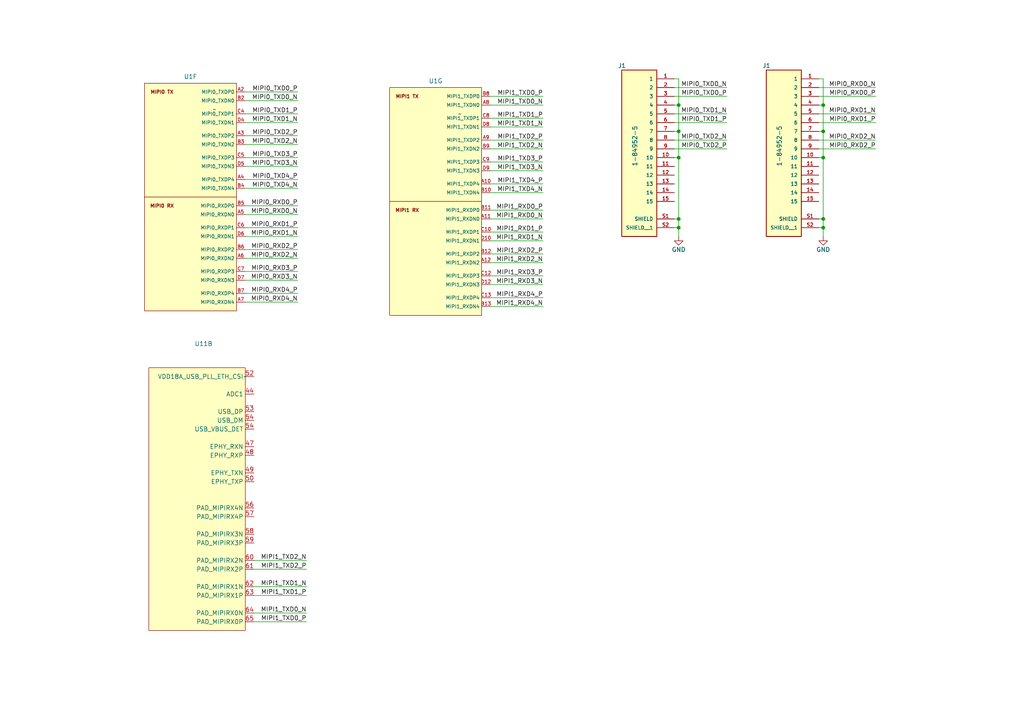
<source format=kicad_sch>
(kicad_sch (version 20230819) (generator eeschema)
  (paper "A4")
  (lib_symbols
    (symbol "1-84952-5:1-84952-5" (pin_names (offset 1.016))
      (property "Reference" "J" (at -5.08 24.13 0))
      (property "Value" "1-84952-5" (at -5.08 -27.94 0))
      (symbol "1-84952-5_0_0"
        (rectangle (start -5.08 -25.4) (end 5.08 22.86) (stroke (width 0.254)) (fill (type background)))
        (pin passive line (at -10.16 20.32 0) (length 5.08) (name "1") (number "1"))
        (pin passive line (at -10.16 -2.54 0) (length 5.08) (name "10") (number "10"))
        (pin passive line (at -10.16 -5.08 0) (length 5.08) (name "11") (number "11"))
        (pin passive line (at -10.16 -7.62 0) (length 5.08) (name "12") (number "12"))
        (pin passive line (at -10.16 -10.16 0) (length 5.08) (name "13") (number "13"))
        (pin passive line (at -10.16 -12.7 0) (length 5.08) (name "14") (number "14"))
        (pin passive line (at -10.16 -15.24 0) (length 5.08) (name "15") (number "15"))
        (pin passive line (at -10.16 17.78 0) (length 5.08) (name "2") (number "2"))
        (pin passive line (at -10.16 15.24 0) (length 5.08) (name "3") (number "3"))
        (pin passive line (at -10.16 12.7 0) (length 5.08) (name "4") (number "4"))
        (pin passive line (at -10.16 10.16 0) (length 5.08) (name "5") (number "5"))
        (pin passive line (at -10.16 7.62 0) (length 5.08) (name "6") (number "6"))
        (pin passive line (at -10.16 5.08 0) (length 5.08) (name "7") (number "7"))
        (pin passive line (at -10.16 2.54 0) (length 5.08) (name "8") (number "8"))
        (pin passive line (at -10.16 0 0) (length 5.08) (name "9") (number "9"))
        (pin passive line (at -10.16 -20.32 0) (length 5.08) (name "SHIELD") (number "S1"))
        (pin passive line (at -10.16 -22.86 0) (length 5.08) (name "SHIELD__1") (number "S2"))
      )
    )
    (symbol "CVITEK:CV180xB"
      (property "Reference" "U" (at -20.32 5.08 0))
      (symbol "CV180xB_1_1"
        (rectangle (start -22.8579 2.4718) (end 0.0021 -71.1882) (fill (type background)))
        (pin power_in line (at 2.5421 -0.0682 180) (length 2.54) (name "VDDIO_SD0_SPI") (number "10"))
        (pin bidirectional line (at 2.5421 -20.3882 180) (length 2.54) (name "SD0_CD") (number "11"))
        (pin bidirectional line (at 2.5421 -25.4682 180) (length 2.54) (name "SD0_PWR_EN") (number "12"))
        (pin bidirectional line (at 2.5421 -68.6482 180) (length 2.54) (name "SPK_EN") (number "14"))
        (pin bidirectional line (at 2.5421 -30.5482 180) (length 2.54) (name "UART0_TX") (number "15"))
        (pin bidirectional line (at 2.5421 -33.0882 180) (length 2.54) (name "UART0_RX") (number "16"))
        (pin bidirectional line (at 2.5421 -38.1682 180) (length 2.54) (name "SPINOR_HOLD_X") (number "17"))
        (pin bidirectional line (at 2.5421 -40.7082 180) (length 2.54) (name "SPINOR_SCK") (number "18"))
        (pin bidirectional line (at 2.5421 -43.2482 180) (length 2.54) (name "SPINOR_MOSI") (number "19"))
        (pin bidirectional line (at 2.5421 -45.7882 180) (length 2.54) (name "SPINOR_WP_X") (number "20"))
        (pin bidirectional line (at 2.5421 -48.3282 180) (length 2.54) (name "SPINOR_MISO") (number "21"))
        (pin bidirectional line (at 2.5421 -50.8682 180) (length 2.54) (name "SPINOR_CS_X") (number "22"))
        (pin bidirectional line (at 2.5421 -58.4882 180) (length 2.54) (name "IC0_SCL") (number "23"))
        (pin bidirectional line (at 2.5421 -55.9482 180) (length 2.54) (name "IC0_SDA") (number "24"))
        (pin bidirectional line (at 2.54 -63.5 180) (length 2.54) (name "AUX0") (number "25"))
        (pin bidirectional line (at 2.5421 -5.1482 180) (length 2.54) (name "SD0_CLK") (number "3"))
        (pin bidirectional line (at 2.5421 -7.6882 180) (length 2.54) (name "SD0_CMD") (number "4"))
        (pin bidirectional line (at 2.5421 -10.2282 180) (length 2.54) (name "SD0_D0") (number "5"))
        (pin bidirectional line (at 2.5421 -12.7682 180) (length 2.54) (name "SD0_D1") (number "7"))
        (pin bidirectional line (at 2.5421 -15.3082 180) (length 2.54) (name "SD0_D2") (number "8"))
        (pin bidirectional line (at 2.5421 -17.8482 180) (length 2.54) (name "SD0_D3") (number "9"))
      )
      (symbol "CV180xB_2_1"
        (rectangle (start -27.94 2.54) (end 0 -73.66) (fill (type background)))
        (pin bidirectional line (at 2.54 -5.08 180) (length 2.54) (name "ADC1") (number "44"))
        (pin bidirectional line (at 2.54 -20.32 180) (length 2.54) (name "EPHY_RXN") (number "47"))
        (pin bidirectional line (at 2.54 -22.86 180) (length 2.54) (name "EPHY_RXP") (number "48"))
        (pin bidirectional line (at 2.54 -27.94 180) (length 2.54) (name "EPHY_TXN") (number "49"))
        (pin bidirectional line (at 2.54 -30.48 180) (length 2.54) (name "EPHY_TXP") (number "50"))
        (pin power_in line (at 2.54 0 180) (length 2.54) (name "VDD18A_USB_PLL_ETH_CSI") (number "52"))
        (pin power_in line (at 2.54 -10.16 180) (length 2.54) (name "USB_DP") (number "53"))
        (pin bidirectional line (at 2.54 -12.7 180) (length 2.54) (name "USB_DM") (number "54"))
        (pin bidirectional line (at 2.54 -15.24 180) (length 2.54) (name "USB_VBUS_DET") (number "54"))
        (pin bidirectional line (at 2.54 -38.1 180) (length 2.54) (name "PAD_MIPIRX4N") (number "56"))
        (pin bidirectional line (at 2.54 -40.64 180) (length 2.54) (name "PAD_MIPIRX4P") (number "57"))
        (pin bidirectional line (at 2.54 -45.72 180) (length 2.54) (name "PAD_MIPIRX3N") (number "58"))
        (pin bidirectional line (at 2.54 -48.26 180) (length 2.54) (name "PAD_MIPIRX3P") (number "59"))
        (pin bidirectional line (at 2.54 -53.34 180) (length 2.54) (name "PAD_MIPIRX2N") (number "60"))
        (pin bidirectional line (at 2.54 -55.88 180) (length 2.54) (name "PAD_MIPIRX2P") (number "61"))
        (pin bidirectional line (at 2.54 -60.96 180) (length 2.54) (name "PAD_MIPIRX1N") (number "62"))
        (pin bidirectional line (at 2.54 -63.5 180) (length 2.54) (name "PAD_MIPIRX1P") (number "63"))
        (pin bidirectional line (at 2.54 -68.58 180) (length 2.54) (name "PAD_MIPIRX0N") (number "64"))
        (pin bidirectional line (at 2.54 -71.12 180) (length 2.54) (name "PAD_MIPIRX0P") (number "65"))
      )
      (symbol "CV180xB_3_1"
        (rectangle (start -22.86 2.54) (end 0 -20.32) (fill (type background)))
        (pin bidirectional line (at 2.54 -7.62 180) (length 2.54) (name "PAD_AUD_AOUTR") (number "1"))
        (pin power_in line (at 2.54 0 180) (length 2.54) (name "VDD18A_AUD") (number "2"))
        (pin power_in line (at 2.4406 -16.7636 180) (length 2.54) (name "VSS18A_AUD") (number "66"))
        (pin bidirectional line (at 2.54 -5.08 180) (length 2.54) (name "PAD_AUD_AINL_MIC") (number "67"))
        (pin power_in line (at 2.54 -12.7 180) (length 2.54) (name "PAD_AUD_AVREF") (number "68"))
      )
      (symbol "CV180xB_4_1"
        (rectangle (start -25.4 2.54) (end 0 -27.94) (fill (type background)))
        (pin bidirectional line (at 2.54 -7.62 180) (length 2.54) (name "SD1_GPIO0") (number "35"))
        (pin bidirectional line (at 2.54 -5.08 180) (length 2.54) (name "SD1_GPIO1") (number "36"))
        (pin bidirectional line (at 2.54 -12.7 180) (length 2.54) (name "SD1_D3") (number "38"))
        (pin bidirectional line (at 2.54 -15.24 180) (length 2.54) (name "SD1_D2") (number "39"))
        (pin bidirectional line (at 2.54 -17.78 180) (length 2.54) (name "SD1_D1") (number "40"))
        (pin bidirectional line (at 2.54 -20.32 180) (length 2.54) (name "SD1_D0") (number "41"))
        (pin bidirectional line (at 2.54 -22.86 180) (length 2.54) (name "SD1_CMD") (number "42"))
        (pin bidirectional line (at 2.54 -25.4 180) (length 2.54) (name "SD1_CLK") (number "43"))
        (pin power_in line (at 2.54 0 180) (length 2.54) (name "VDD33A_ETH_USB_SD1") (number "51"))
      )
      (symbol "CV180xB_5_1"
        (rectangle (start -20.32 2.54) (end 0 -27.94) (fill (type background)))
        (pin power_in line (at 2.54 0 180) (length 2.54) (name "VDDIO_RTC") (number "29"))
        (pin input line (at 2.54 -5.08 180) (length 2.54) (name "PWR_VBAT_DET") (number "30"))
        (pin bidirectional line (at 2.54 -7.62 180) (length 2.54) (name "PWR_SEQ2") (number "31"))
        (pin passive line (at 2.54 -20.32 180) (length 2.54) (name "PTEST_") (number "32"))
        (pin bidirectional line (at 2.54 -12.7 180) (length 2.54) (name "XTAL_XIN") (number "33"))
        (pin bidirectional line (at 2.54 -15.24 180) (length 2.54) (name "XTAL_XOUT") (number "34"))
      )
      (symbol "CV180xB_6_1"
        (rectangle (start -17.78 2.54) (end 0 -27.94) (fill (type background)))
        (pin power_in line (at 2.54 -2.54 180) (length 2.54) (name "VDDC") (number "13"))
        (pin power_in line (at 2.54 -17.78 180) (length 2.54) (name "VDDQ") (number "26"))
        (pin power_in line (at 2.54 -20.32 180) (length 2.54) (name "VDDQ") (number "27"))
        (pin power_in line (at 2.54 -22.86 180) (length 2.54) (name "VDDQ") (number "28"))
        (pin power_in line (at 2.54 -5.08 180) (length 2.54) (name "VDDC") (number "37"))
        (pin power_in line (at 2.54 -7.62 180) (length 2.54) (name "VDDC") (number "46"))
        (pin power_in line (at 2.54 -10.16 180) (length 2.54) (name "VDDC") (number "55"))
        (pin power_in line (at 2.54 0 180) (length 2.54) (name "VDDC") (number "6"))
        (pin power_in line (at -10.16 -30.48 90) (length 2.54) (name "EPAD") (number "69"))
      )
    )
    (symbol "efinix:T20F169Cx"
      (property "Reference" "U" (at -25.4 5.08 0))
      (symbol "T20F169Cx_1_1"
        (rectangle (start -7.62 13.97) (end 31.75 -81.28) (fill (type background)))
        (text "Power" (at -3.81 11.43 0) (effects (font (size 1 1) bold)))
        (pin power_in line (at 34.29 6.35 180) (length 2.54) (name "GND") (number "A1"))
        (pin power_in line (at 34.29 -31.75 180) (length 2.54) (name "GND") (number "A13"))
        (pin power_in line (at 34.29 -68.58 180) (length 2.54) (name "GNDA_MIPI") (number "C11"))
        (pin power_in line (at -10.16 -67.31 0) (length 2.54) (name "VCC11A_MIPI0_TX") (number "C3"))
        (pin power_in line (at 34.29 -71.12 180) (length 2.54) (name "GNDA_MIPI") (number "D11"))
        (pin power_in line (at 34.29 -76.2 180) (length 2.54) (name "GNDA_MIPI") (number "D3"))
        (pin power_in line (at -10.16 -77.47 0) (length 2.54) (name "VCC11A_MIPI1_RX") (number "E10"))
        (pin power_in line (at 34.29 -26.67 180) (length 2.54) (name "GND") (number "E12"))
        (pin power_in line (at 34.29 1.27 180) (length 2.54) (name "GND") (number "E2"))
        (pin power_in line (at -10.16 7.62 0) (length 2.54) (name "VCC") (number "E4"))
        (pin power_in line (at 34.29 -73.66 180) (length 2.54) (name "GNDA_MIPI") (number "E5"))
        (pin power_in line (at -10.16 -69.85 0) (length 2.54) (name "VCC11A_MIPI0_RX") (number "E6"))
        (pin power_in line (at -10.16 -58.42 0) (length 2.54) (name "VCC25A_MIPI0") (number "E7"))
        (pin power_in line (at -10.16 -74.93 0) (length 2.54) (name "VCC11A_MIPI1_TX") (number "E8"))
        (pin power_in line (at -10.16 -60.96 0) (length 2.54) (name "VCC25A_MIPI1") (number "E9"))
        (pin power_in line (at -10.16 -36.83 0) (length 2.54) (name "VCCIO3A_3B") (number "F10"))
        (pin power_in line (at -10.16 -34.29 0) (length 2.54) (name "VCCIO1E") (number "F4"))
        (pin power_in line (at 34.29 -6.35 180) (length 2.54) (name "GND") (number "F5"))
        (pin power_in line (at 34.29 -8.89 180) (length 2.54) (name "GND") (number "F6"))
        (pin power_in line (at -10.16 0 0) (length 2.54) (name "VCC") (number "F7"))
        (pin power_in line (at 34.29 -19.05 180) (length 2.54) (name "GND") (number "F8"))
        (pin power_in line (at -10.16 -7.62 0) (length 2.54) (name "VCC") (number "F9"))
        (pin power_in line (at -10.16 -16.51 0) (length 2.54) (name "VCCA_TR") (number "G10"))
        (pin power_in line (at -10.16 -21.59 0) (length 2.54) (name "VCCA_TL") (number "G4"))
        (pin power_in line (at -10.16 5.08 0) (length 2.54) (name "VCC") (number "G5"))
        (pin power_in line (at 34.29 -11.43 180) (length 2.54) (name "GND") (number "G6"))
        (pin power_in line (at 34.29 -13.97 180) (length 2.54) (name "GND") (number "G7"))
        (pin power_in line (at -10.16 -5.08 0) (length 2.54) (name "VCC") (number "G8"))
        (pin power_in line (at -10.16 -10.16 0) (length 2.54) (name "VCC") (number "G9"))
        (pin power_in line (at -10.16 -39.37 0) (length 2.54) (name "VCCIO3C_3D_3E") (number "H10"))
        (pin power_in line (at -10.16 -31.75 0) (length 2.54) (name "VCCIO1B_1C_1D") (number "H4"))
        (pin power_in line (at -10.16 -52.07 0) (length 2.54) (name "VCCIO4B") (number "H5"))
        (pin power_in line (at -10.16 -2.54 0) (length 2.54) (name "VCC") (number "H6"))
        (pin power_in line (at -10.16 -49.53 0) (length 2.54) (name "VCCIO4A") (number "H7"))
        (pin power_in line (at -10.16 -41.91 0) (length 2.54) (name "VCCIO4A") (number "H8"))
        (pin power_in line (at -10.16 -44.45 0) (length 2.54) (name "VCCIO4A") (number "H9"))
        (pin power_in line (at -10.16 -19.05 0) (length 2.54) (name "VCCA_BR") (number "J10"))
        (pin power_in line (at -10.16 -29.21 0) (length 2.54) (name "VCCIO1A") (number "J4"))
        (pin power_in line (at -10.16 2.54 0) (length 2.54) (name "VCC") (number "J6"))
        (pin power_in line (at 34.29 -16.51 180) (length 2.54) (name "GND") (number "J7"))
        (pin power_in line (at 34.29 -21.59 180) (length 2.54) (name "GND") (number "J8"))
        (pin power_in line (at -10.16 -46.99 0) (length 2.54) (name "VCCIO4A") (number "J9"))
        (pin power_in line (at 34.29 -29.21 180) (length 2.54) (name "GND") (number "K12"))
        (pin power_in line (at 34.29 -1.27 180) (length 2.54) (name "GND") (number "K2"))
        (pin power_in line (at 34.29 -24.13 180) (length 2.54) (name "GND") (number "L12"))
        (pin power_in line (at 34.29 -3.81 180) (length 2.54) (name "GND") (number "M4"))
        (pin power_in line (at 34.29 3.81 180) (length 2.54) (name "GND") (number "N1"))
        (pin power_in line (at 34.29 -34.29 180) (length 2.54) (name "GND") (number "N13"))
      )
      (symbol "T20F169Cx_2_1"
        (rectangle (start -8.89 3.81) (end 8.89 -13.97) (fill (type background)))
        (text "Configuration" (at -1.27 1.27 0) (effects (font (size 1 1) bold)))
        (pin output line (at -11.43 -10.16 0) (length 2.54) (name "TD0") (number "G1"))
        (pin input line (at -11.43 -5.08 0) (length 2.54) (name "TCK") (number "H1"))
        (pin input line (at -11.43 -7.62 0) (length 2.54) (name "TMS") (number "H2"))
        (pin input line (at -11.43 -2.54 0) (length 2.54) (name "TDI") (number "J3"))
        (pin input line (at 11.43 -6.35 180) (length 2.54) (name "CRESET_B") (number "K3"))
        (pin output line (at 11.43 -3.81 180) (length 2.54) (name "CONDONELE") (number "L2"))
      )
      (symbol "T20F169Cx_3_1"
        (rectangle (start -26.67 2.54) (end 0 -11.43) (fill (type background)))
        (pin bidirectional line (at 2.54 -5.08 180) (length 2.54) (name "GPIOL_08_CDI0") (number "J1"))
        (pin bidirectional line (at 2.54 -7.62 180) (length 2.54) (name "GPIOL_09_CDI1") (number "J2"))
        (pin bidirectional line (at 2.54 -2.54 180) (length 2.54) (name "GPIOL_01_CCK") (number "K1"))
        (pin bidirectional line (at 2.54 0 180) (length 2.54) (name "GPIOL_00_SS") (number "L1"))
      )
      (symbol "T20F169Cx_4_0"
        (pin bidirectional line (at 2.54 -2.54 180) (length 2.54) (name "GPIOL_13_CDI3") (number "G2"))
        (pin bidirectional line (at 2.54 -12.7 180) (length 2.54) (name "GPIOL_25_CLK1") (number "G3"))
        (pin bidirectional line (at 2.54 -10.16 180) (length 2.54) (name "GPIOL_24_CLK0") (number "H3"))
      )
      (symbol "T20F169Cx_4_1"
        (rectangle (start -25.4 2.54) (end 0 -15.24) (fill (type background)))
        (pin bidirectional line (at 2.54 -5.08 180) (length 2.54) (name "GPIOL_20_CTRL0_CDI4") (number "E1"))
        (pin bidirectional line (at 2.54 0 180) (length 2.54) (name "GPIOL_12_CDI2") (number "F1"))
        (pin bidirectional line (at 2.54 -7.62 180) (length 2.54) (name "GPIOL_20_CTRL1_CDI5") (number "F2"))
      )
      (symbol "T20F169Cx_5_0"
        (pin bidirectional line (at 2.54 -15.24 180) (length 2.54) (name "GPIOL_75_PLLIN1") (number "B1"))
        (pin bidirectional line (at 2.54 -10.16 180) (length 2.54) (name "GPIOL_73_EXTFB1_CDI15") (number "C1"))
        (pin bidirectional line (at 2.54 -2.54 180) (length 2.54) (name "GPIOL_70_CBSEL0") (number "D2"))
        (pin bidirectional line (at 2.54 -12.7 180) (length 2.54) (name "GPIOL_74_PLLIN0") (number "E3"))
      )
      (symbol "T20F169Cx_5_1"
        (rectangle (start -26.67 2.54) (end 0 -20.32) (fill (type background)))
        (pin bidirectional line (at 2.54 -5.08 180) (length 2.54) (name "GPIOL_71_NSTATUS") (number "C2"))
        (pin bidirectional line (at 2.54 0 180) (length 2.54) (name "GPIOL_69_CBSEL1") (number "D1"))
        (pin bidirectional line (at 2.54 -7.62 180) (length 2.54) (name "GPIOL_72_EXTFB0_CDI14") (number "F3"))
      )
      (symbol "T20F169Cx_6_1"
        (rectangle (start -26.67 2.54) (end 0 -63.5) (fill (type background)))
        (polyline (pts (xy -26.67 -30.48) (xy 0 -30.48)))
        (text "MIPI0 RX" (at -21.59 -33.02 0) (effects (font (size 1 1) bold)))
        (text "MIPI0 TX" (at -21.59 0 0) (effects (font (size 1 1) bold)))
        (pin bidirectional line (at 2.54 0 180) (length 2.54) (name "MIPI0_TXDP0") (number "A2"))
        (pin bidirectional line (at 2.54 -12.7 180) (length 2.54) (name "MIPI0_TXDP2") (number "A3"))
        (pin bidirectional line (at 2.54 -25.4 180) (length 2.54) (name "MIPI0_TXDP4") (number "A4"))
        (pin bidirectional line (at 2.54 -35.56 180) (length 2.54) (name "MIPI0_RXDN0") (number "A5"))
        (pin bidirectional line (at 2.54 -48.26 180) (length 2.54) (name "MIPI0_RXDN2") (number "A6"))
        (pin bidirectional line (at 2.54 -60.96 180) (length 2.54) (name "MIPI0_RXDN4") (number "A7"))
        (pin bidirectional line (at 2.54 -2.54 180) (length 2.54) (name "MIPI0_TXDN0") (number "B2"))
        (pin bidirectional line (at 2.54 -15.24 180) (length 2.54) (name "MIPI0_TXDN2") (number "B3"))
        (pin bidirectional line (at 2.54 -27.94 180) (length 2.54) (name "MIPI0_TXDN4") (number "B4"))
        (pin bidirectional line (at 2.54 -33.02 180) (length 2.54) (name "MIPI0_RXDP0") (number "B5"))
        (pin bidirectional line (at 2.54 -45.72 180) (length 2.54) (name "MIPI0_RXDP2") (number "B6"))
        (pin bidirectional line (at 2.54 -58.42 180) (length 2.54) (name "MIPI0_RXDP4") (number "B7"))
        (pin bidirectional line (at 2.54 -6.35 180) (length 2.54) (name "MIPI0_TXDP1") (number "C4"))
        (pin bidirectional line (at 2.54 -19.05 180) (length 2.54) (name "MIPI0_TXDP3") (number "C5"))
        (pin bidirectional line (at 2.54 -39.37 180) (length 2.54) (name "MIPI0_RXDP1") (number "C6"))
        (pin bidirectional line (at 2.54 -52.07 180) (length 2.54) (name "MIPI0_RXDP3") (number "C7"))
        (pin bidirectional line (at 2.54 -8.89 180) (length 2.54) (name "MIPI0_TXDN1") (number "D4"))
        (pin bidirectional line (at 2.54 -21.59 180) (length 2.54) (name "MIPI0_TXDN3") (number "D5"))
        (pin bidirectional line (at 2.54 -41.91 180) (length 2.54) (name "MIPI0_RXDN1") (number "D6"))
        (pin bidirectional line (at 2.54 -54.61 180) (length 2.54) (name "MIPI0_RXDN3") (number "D7"))
      )
      (symbol "T20F169Cx_7_1"
        (rectangle (start -26.67 2.54) (end 0 -63.5) (fill (type background)))
        (polyline (pts (xy 0 -30.48) (xy -26.67 -30.48)))
        (text "MIPI1 RX" (at -21.59 -33.02 0) (effects (font (size 1 1) bold)))
        (text "MIPI1 TX" (at -21.59 0 0) (effects (font (size 1 1) bold)))
        (pin bidirectional line (at 2.54 -25.4 180) (length 2.54) (name "MIPI1_TXDP4") (number "A10"))
        (pin bidirectional line (at 2.54 -35.56 180) (length 2.54) (name "MIPI1_RXDN0") (number "A11"))
        (pin bidirectional line (at 2.54 -48.26 180) (length 2.54) (name "MIPI1_RXDN2") (number "A12"))
        (pin bidirectional line (at 2.54 -2.54 180) (length 2.54) (name "MIPI1_TXDN0") (number "A8"))
        (pin bidirectional line (at 2.54 -12.7 180) (length 2.54) (name "MIPI1_TXDP2") (number "A9"))
        (pin bidirectional line (at 2.54 -27.94 180) (length 2.54) (name "MIPI1_TXDN4") (number "B10"))
        (pin bidirectional line (at 2.54 -33.02 180) (length 2.54) (name "MIPI1_RXDP0") (number "B11"))
        (pin bidirectional line (at 2.54 -45.72 180) (length 2.54) (name "MIPI1_RXDP2") (number "B12"))
        (pin bidirectional line (at 2.54 -60.96 180) (length 2.54) (name "MIPI1_RXDN4") (number "B13"))
        (pin bidirectional line (at 2.54 0 180) (length 2.54) (name "MIPI1_TXDP0") (number "B8"))
        (pin bidirectional line (at 2.54 -15.24 180) (length 2.54) (name "MIPI1_TXDN2") (number "B9"))
        (pin bidirectional line (at 2.54 -39.37 180) (length 2.54) (name "MIPI1_RXDP1") (number "C10"))
        (pin bidirectional line (at 2.54 -52.07 180) (length 2.54) (name "MIPI1_RXDP3") (number "C12"))
        (pin bidirectional line (at 2.54 -58.42 180) (length 2.54) (name "MIPI1_RXDP4") (number "C13"))
        (pin bidirectional line (at 2.54 -6.35 180) (length 2.54) (name "MIPI1_TXDP1") (number "C8"))
        (pin bidirectional line (at 2.54 -19.05 180) (length 2.54) (name "MIPI1_TXDP3") (number "C9"))
        (pin bidirectional line (at 2.54 -41.91 180) (length 2.54) (name "MIPI1_RXDN1") (number "D10"))
        (pin bidirectional line (at 2.54 -54.61 180) (length 2.54) (name "MIPI1_RXDN3") (number "D12"))
        (pin bidirectional line (at 2.54 -8.89 180) (length 2.54) (name "MIPI1_TXDN1") (number "D8"))
        (pin bidirectional line (at 2.54 -21.59 180) (length 2.54) (name "MIPI1_TXDN3") (number "D9"))
      )
      (symbol "T20F169Cx_8_0"
        (pin bidirectional line (at 2.54 -10.16 180) (length 2.54) (name "GPIOR_85_CDO14") (number "E11"))
        (pin bidirectional line (at 2.54 -2.54 180) (length 2.54) (name "GPIOR_77_PLLIN1") (number "F12"))
        (pin bidirectional line (at 2.54 -12.7 180) (length 2.54) (name "GPIOR_88_CDI28") (number "G11"))
      )
      (symbol "T20F169Cx_8_1"
        (rectangle (start -26.67 2.54) (end 0 -16.51) (fill (type background)))
        (pin bidirectional line (at 2.54 0 180) (length 2.54) (name "GPIOR_76_PLLIN0") (number "D13"))
        (pin bidirectional line (at 2.54 -5.08 180) (length 2.54) (name "GPIOR_78_EXTFB0_CDI31") (number "E13"))
        (pin bidirectional line (at 2.54 -7.62 180) (length 2.54) (name "GPIOR_81_MREFCLK") (number "F11"))
      )
      (symbol "T20F169Cx_9_0"
        (pin bidirectional line (at 2.54 -2.54 180) (length 2.54) (name "GPIOR_120_CLK15") (number "G12"))
      )
      (symbol "T20F169Cx_9_1"
        (rectangle (start -26.67 2.54) (end 0 -8.89) (fill (type background)))
        (pin bidirectional line (at 2.54 0 180) (length 2.54) (name "GPIOR_119_CTRL12") (number "F13"))
        (pin bidirectional line (at 2.54 -5.08 180) (length 2.54) (name "GPIOR_121_CLK14") (number "H11"))
      )
      (symbol "T20F169Cx_10_0"
        (pin bidirectional line (at 2.54 -10.16 180) (length 2.54) (name "GPIOR_158_TESTN") (number "H12"))
        (pin bidirectional line (at 2.54 -2.54 180) (length 2.54) (name "GPIOR_151_CBUS0") (number "J11"))
      )
      (symbol "T20F169Cx_10_1"
        (rectangle (start -26.67 3.81) (end 0 -13.97) (fill (type background)))
        (pin bidirectional line (at 2.54 0 180) (length 2.54) (name "GPIOR_150_CBUS1") (number "G13"))
        (pin bidirectional line (at 2.54 -5.08 180) (length 2.54) (name "GPIOR_155_CDO0") (number "H13"))
        (pin bidirectional line (at 2.54 -7.62 180) (length 2.54) (name "GPIOR_157_PLLIN") (number "J12"))
      )
      (symbol "T20F169Cx_11_0"
        (pin bidirectional line (at 2.54 -8.89 180) (length 2.54) (name "GPIOB_RXP12_EXTFP0") (number "J13"))
        (pin bidirectional line (at 2.54 -40.64 180) (length 2.54) (name "GPIOB_RXP06") (number "K10"))
        (pin bidirectional line (at 2.54 -27.94 180) (length 2.54) (name "GPIOB_RXP08") (number "K11"))
        (pin bidirectional line (at 2.54 -6.35 180) (length 2.54) (name "GPIOB_RXN12_EXTFP0") (number "K13"))
        (pin bidirectional line (at 2.54 -76.2 180) (length 2.54) (name "GPIOB_RXN00") (number "K7"))
        (pin bidirectional line (at 2.54 -63.5 180) (length 2.54) (name "GPIOB_RXN02") (number "K8"))
        (pin bidirectional line (at 2.54 -53.34 180) (length 2.54) (name "GPIOB_RXP04") (number "K9"))
        (pin bidirectional line (at 2.54 -38.1 180) (length 2.54) (name "GPIOB_RXN06") (number "L10"))
        (pin bidirectional line (at 2.54 -25.4 180) (length 2.54) (name "GPIOB_RXN08") (number "L11"))
        (pin bidirectional line (at 2.54 0 180) (length 2.54) (name "GPIOB_CLKN0") (number "L13"))
        (pin bidirectional line (at 2.54 -78.74 180) (length 2.54) (name "GPIOB_RXP00") (number "L7"))
        (pin bidirectional line (at 2.54 -66.04 180) (length 2.54) (name "GPIOB_RXP02") (number "L8"))
        (pin bidirectional line (at 2.54 -50.8 180) (length 2.54) (name "GPIOB_RXN04") (number "L9"))
        (pin bidirectional line (at 2.54 -31.75 180) (length 2.54) (name "GPIOB_RXN07") (number "M10"))
        (pin bidirectional line (at 2.54 -21.59 180) (length 2.54) (name "GPIOB_RXP09") (number "M11"))
        (pin bidirectional line (at 2.54 -19.05 180) (length 2.54) (name "GPIOB_RXN09") (number "M12"))
        (pin bidirectional line (at 2.54 -2.54 180) (length 2.54) (name "GPIOB_CLKP0") (number "M13"))
        (pin bidirectional line (at 2.54 -69.85 180) (length 2.54) (name "GPIOB_RXN01") (number "M7"))
        (pin bidirectional line (at 2.54 -59.69 180) (length 2.54) (name "GPIOB_RXP03") (number "M8"))
        (pin bidirectional line (at 2.54 -46.99 180) (length 2.54) (name "GPIOB_RXP05") (number "M9"))
        (pin bidirectional line (at 2.54 -34.29 180) (length 2.54) (name "GPIOB_RXP07") (number "N10"))
        (pin bidirectional line (at 2.54 -15.24 180) (length 2.54) (name "GPIOB_RXP10") (number "N11"))
        (pin bidirectional line (at 2.54 -12.7 180) (length 2.54) (name "GPIOB_RXN10") (number "N12"))
        (pin bidirectional line (at 2.54 -72.39 180) (length 2.54) (name "GPIOB_RXP01") (number "N7"))
        (pin bidirectional line (at 2.54 -57.15 180) (length 2.54) (name "GPIOB_RXN03") (number "N8"))
        (pin bidirectional line (at 2.54 -44.45 180) (length 2.54) (name "GPIOB_RXN05") (number "N9"))
      )
      (symbol "T20F169Cx_11_1"
        (rectangle (start -26.67 3.81) (end 0 -82.55) (fill (type background)))
        (text "BANK 4A" (at -21.59 1.27 0) (effects (font (size 1 1) bold)))
      )
      (symbol "T20F169Cx_12_0"
        (pin bidirectional line (at 2.54 -27.94 180) (length 2.54) (name "GPIOB_TXP03") (number "K4"))
        (pin bidirectional line (at 2.54 -15.24 180) (length 2.54) (name "GPIOB_TXP06") (number "K5"))
        (pin bidirectional line (at 2.54 -2.54 180) (length 2.54) (name "GPIOB_TXP09") (number "K6"))
        (pin bidirectional line (at 2.54 -31.75 180) (length 2.54) (name "GPIOB_TXN02") (number "L3"))
        (pin bidirectional line (at 2.54 -25.4 180) (length 2.54) (name "GPIOB_TXN03") (number "L4"))
        (pin bidirectional line (at 2.54 -12.7 180) (length 2.54) (name "GPIOB_TXN06") (number "L5"))
        (pin bidirectional line (at 2.54 0 180) (length 2.54) (name "GPIOB_TXN09") (number "L6"))
        (pin bidirectional line (at 2.54 -38.1 180) (length 2.54) (name "GPIOB_TXN01") (number "M1"))
        (pin bidirectional line (at 2.54 -40.64 180) (length 2.54) (name "GPIOB_TXP01") (number "M2"))
        (pin bidirectional line (at 2.54 -34.29 180) (length 2.54) (name "GPIOB_TXP02") (number "M3"))
        (pin bidirectional line (at 2.54 -19.05 180) (length 2.54) (name "GPIOB_TXN05") (number "M5"))
        (pin bidirectional line (at 2.54 -6.35 180) (length 2.54) (name "GPIOB_TXN08") (number "M6"))
        (pin bidirectional line (at 2.54 -44.45 180) (length 2.54) (name "GPIOB_TXN00") (number "N2"))
        (pin bidirectional line (at 2.54 -46.99 180) (length 2.54) (name "GPIOB_TXP00") (number "N3"))
        (pin input line (at 2.54 -53.34 180) (length 2.54) (name "REF_RES") (number "N4"))
        (pin bidirectional line (at 2.54 -21.59 180) (length 2.54) (name "GPIOB_TXP05") (number "N5"))
        (pin bidirectional line (at 2.54 -8.89 180) (length 2.54) (name "GPIOB_TXP08") (number "N6"))
      )
      (symbol "T20F169Cx_12_1"
        (rectangle (start -26.67 3.81) (end 0 -57.15) (fill (type background)))
        (text "BANK 4A" (at -21.59 1.27 0) (effects (font (size 1 1) bold)))
      )
    )
    (symbol "power:GND" (power) (pin_names (offset 0))
      (property "Value" "GND" (at 0 -3.81 0))
      (symbol "GND_0_1"
        (polyline (pts (xy 0 0) (xy 0 -1.27) (xy 1.27 -1.27) (xy 0 -2.54) (xy -1.27 -1.27) (xy 0 -1.27)))
      )
      (symbol "GND_1_1"
        (pin power_in line (at 0 0 270) (length 0) hide (name "GND") (number "1"))
      )
    )
  )
  (junction (at 196.85 45.72))
  (junction (at 238.76 30.48))
  (junction (at 196.85 38.1))
  (junction (at 196.85 30.48))
  (junction (at 238.76 66.04))
  (junction (at 196.85 63.5))
  (junction (at 238.76 45.72))
  (junction (at 238.76 38.1))
  (junction (at 238.76 63.5))
  (junction (at 196.85 66.04))
  (wire (pts (xy 71.12 72.39) (xy 86.36 72.39)))
  (wire (pts (xy 196.85 22.86) (xy 195.58 22.86)))
  (wire (pts (xy 142.24 46.99) (xy 157.48 46.99)))
  (wire (pts (xy 71.12 41.91) (xy 86.36 41.91)))
  (wire (pts (xy 195.58 66.04) (xy 196.85 66.04)))
  (wire (pts (xy 71.12 29.21) (xy 86.36 29.21)))
  (wire (pts (xy 237.49 40.64) (xy 254 40.64)))
  (wire (pts (xy 196.85 22.86) (xy 196.85 30.48)))
  (wire (pts (xy 195.58 27.94) (xy 210.82 27.94)))
  (wire (pts (xy 142.24 88.9) (xy 157.48 88.9)))
  (wire (pts (xy 142.24 76.2) (xy 157.48 76.2)))
  (wire (pts (xy 71.12 85.09) (xy 86.36 85.09)))
  (wire (pts (xy 71.12 54.61) (xy 86.36 54.61)))
  (wire (pts (xy 237.49 30.48) (xy 238.76 30.48)))
  (wire (pts (xy 237.49 35.56) (xy 254 35.56)))
  (wire (pts (xy 71.12 87.63) (xy 86.36 87.63)))
  (wire (pts (xy 196.85 45.72) (xy 196.85 63.5)))
  (wire (pts (xy 142.24 55.88) (xy 157.48 55.88)))
  (wire (pts (xy 196.85 63.5) (xy 196.85 66.04)))
  (wire (pts (xy 196.85 38.1) (xy 196.85 45.72)))
  (wire (pts (xy 71.12 68.58) (xy 86.36 68.58)))
  (wire (pts (xy 142.24 40.64) (xy 157.48 40.64)))
  (wire (pts (xy 142.24 36.83) (xy 157.48 36.83)))
  (wire (pts (xy 238.76 66.04) (xy 238.76 68.58)))
  (wire (pts (xy 142.24 86.36) (xy 157.48 86.36)))
  (wire (pts (xy 237.49 66.04) (xy 238.76 66.04)))
  (wire (pts (xy 142.24 49.53) (xy 157.48 49.53)))
  (wire (pts (xy 237.49 38.1) (xy 238.76 38.1)))
  (wire (pts (xy 195.58 33.02) (xy 210.82 33.02)))
  (wire (pts (xy 71.12 52.07) (xy 86.36 52.07)))
  (wire (pts (xy 195.58 45.72) (xy 196.85 45.72)))
  (wire (pts (xy 237.49 27.94) (xy 254 27.94)))
  (wire (pts (xy 238.76 63.5) (xy 238.76 66.04)))
  (wire (pts (xy 142.24 43.18) (xy 157.48 43.18)))
  (wire (pts (xy 73.66 162.56) (xy 88.9 162.56)))
  (wire (pts (xy 71.12 45.72) (xy 86.36 45.72)))
  (wire (pts (xy 238.76 38.1) (xy 238.76 45.72)))
  (wire (pts (xy 238.76 30.48) (xy 238.76 38.1)))
  (wire (pts (xy 71.12 74.93) (xy 86.36 74.93)))
  (wire (pts (xy 142.24 60.96) (xy 157.48 60.96)))
  (wire (pts (xy 142.24 34.29) (xy 157.48 34.29)))
  (wire (pts (xy 142.24 27.94) (xy 157.48 27.94)))
  (wire (pts (xy 196.85 30.48) (xy 196.85 38.1)))
  (wire (pts (xy 142.24 53.34) (xy 157.48 53.34)))
  (wire (pts (xy 142.24 82.55) (xy 157.48 82.55)))
  (wire (pts (xy 73.66 180.34) (xy 88.9 180.34)))
  (wire (pts (xy 71.12 35.56) (xy 86.36 35.56)))
  (wire (pts (xy 195.58 25.4) (xy 210.82 25.4)))
  (wire (pts (xy 71.12 78.74) (xy 86.36 78.74)))
  (wire (pts (xy 195.58 40.64) (xy 210.82 40.64)))
  (wire (pts (xy 195.58 38.1) (xy 196.85 38.1)))
  (wire (pts (xy 238.76 45.72) (xy 238.76 63.5)))
  (wire (pts (xy 195.58 63.5) (xy 196.85 63.5)))
  (wire (pts (xy 71.12 26.67) (xy 86.36 26.67)))
  (wire (pts (xy 237.49 43.18) (xy 254 43.18)))
  (wire (pts (xy 71.12 39.37) (xy 86.36 39.37)))
  (wire (pts (xy 142.24 80.01) (xy 157.48 80.01)))
  (wire (pts (xy 196.85 66.04) (xy 196.85 68.58)))
  (wire (pts (xy 237.49 33.02) (xy 254 33.02)))
  (wire (pts (xy 73.66 170.18) (xy 88.9 170.18)))
  (wire (pts (xy 142.24 69.85) (xy 157.48 69.85)))
  (wire (pts (xy 71.12 62.23) (xy 86.36 62.23)))
  (wire (pts (xy 142.24 30.48) (xy 157.48 30.48)))
  (wire (pts (xy 195.58 35.56) (xy 210.82 35.56)))
  (wire (pts (xy 237.49 45.72) (xy 238.76 45.72)))
  (wire (pts (xy 73.66 172.72) (xy 88.9 172.72)))
  (wire (pts (xy 71.12 59.69) (xy 86.36 59.69)))
  (wire (pts (xy 238.76 22.86) (xy 238.76 30.48)))
  (wire (pts (xy 73.66 165.1) (xy 88.9 165.1)))
  (wire (pts (xy 238.76 22.86) (xy 237.49 22.86)))
  (wire (pts (xy 71.12 66.04) (xy 86.36 66.04)))
  (wire (pts (xy 71.12 81.28) (xy 86.36 81.28)))
  (wire (pts (xy 237.49 63.5) (xy 238.76 63.5)))
  (wire (pts (xy 71.12 48.26) (xy 86.36 48.26)))
  (wire (pts (xy 195.58 43.18) (xy 210.82 43.18)))
  (wire (pts (xy 195.58 30.48) (xy 196.85 30.48)))
  (wire (pts (xy 73.66 177.8) (xy 88.9 177.8)))
  (wire (pts (xy 142.24 73.66) (xy 157.48 73.66)))
  (wire (pts (xy 71.12 33.02) (xy 86.36 33.02)))
  (wire (pts (xy 142.24 63.5) (xy 157.48 63.5)))
  (wire (pts (xy 237.49 25.4) (xy 254 25.4)))
  (wire (pts (xy 142.24 67.31) (xy 157.48 67.31)))
  (label "MIPI1_TXD0_P" (at 157.48 27.94 180))
  (label "MIPI0_TXD2_P" (at 86.36 39.37 180))
  (label "MIPI0_RXD0_P" (at 254 27.94 180))
  (label "MIPI1_RXD3_P" (at 157.48 80.01 180))
  (label "MIPI1_RXD0_N" (at 157.48 63.5 180))
  (label "MIPI0_RXD1_P" (at 254 35.56 180))
  (label "MIPI0_TXD2_N" (at 210.82 40.64 180))
  (label "MIPI0_TXD0_P" (at 210.82 27.94 180))
  (label "MIPI0_RXD4_N" (at 86.36 87.63 180))
  (label "MIPI0_RXD1_P" (at 86.36 66.04 180))
  (label "MIPI0_RXD1_N" (at 254 33.02 180))
  (label "MIPI0_RXD2_P" (at 86.36 72.39 180))
  (label "MIPI1_TXD1_P" (at 157.48 34.29 180))
  (label "MIPI1_TXD2_N" (at 88.9 162.56 180))
  (label "MIPI1_TXD2_P" (at 157.48 40.64 180))
  (label "MIPI0_TXD0_P" (at 86.36 26.67 180))
  (label "MIPI0_RXD2_N" (at 254 40.64 180))
  (label "MIPI1_TXD2_N" (at 157.48 43.18 180))
  (label "MIPI1_RXD1_N" (at 157.48 69.85 180))
  (label "MIPI0_RXD3_P" (at 86.36 78.74 180))
  (label "MIPI0_TXD1_N" (at 210.82 33.02 180))
  (label "MIPI1_TXD2_P" (at 88.9 165.1 180))
  (label "MIPI0_TXD0_N" (at 86.36 29.21 180))
  (label "MIPI1_RXD4_P" (at 157.48 86.36 180))
  (label "MIPI1_TXD3_N" (at 157.48 49.53 180))
  (label "MIPI0_TXD1_P" (at 210.82 35.56 180))
  (label "MIPI0_RXD4_P" (at 86.36 85.09 180))
  (label "MIPI0_TXD2_N" (at 86.36 41.91 180))
  (label "MIPI0_RXD0_P" (at 86.36 59.69 180))
  (label "MIPI0_RXD0_N" (at 254 25.4 180))
  (label "MIPI1_TXD4_N" (at 157.48 55.88 180))
  (label "MIPI1_RXD2_P" (at 157.48 73.66 180))
  (label "MIPI1_RXD0_P" (at 157.48 60.96 180))
  (label "MIPI1_RXD2_N" (at 157.48 76.2 180))
  (label "MIPI0_TXD1_P" (at 86.36 33.02 180))
  (label "MIPI0_RXD3_N" (at 86.36 81.28 180))
  (label "MIPI0_RXD0_N" (at 86.36 62.23 180))
  (label "MIPI1_TXD1_N" (at 157.48 36.83 180))
  (label "MIPI1_TXD0_N" (at 157.48 30.48 180))
  (label "MIPI0_RXD2_P" (at 254 43.18 180))
  (label "MIPI1_TXD3_P" (at 157.48 46.99 180))
  (label "MIPI1_TXD0_N" (at 88.9 177.8 180))
  (label "MIPI1_TXD1_P" (at 88.9 172.72 180))
  (label "MIPI1_RXD4_N" (at 157.48 88.9 180))
  (label "MIPI0_TXD2_P" (at 210.82 43.18 180))
  (label "MIPI0_TXD3_P" (at 86.36 45.72 180))
  (label "MIPI1_TXD0_P" (at 88.9 180.34 180))
  (label "MIPI0_RXD1_N" (at 86.36 68.58 180))
  (label "MIPI0_RXD2_N" (at 86.36 74.93 180))
  (label "MIPI1_TXD1_N" (at 88.9 170.18 180))
  (label "MIPI0_TXD4_N" (at 86.36 54.61 180))
  (label "MIPI1_RXD3_N" (at 157.48 82.55 180))
  (label "MIPI0_TXD1_N" (at 86.36 35.56 180))
  (label "MIPI1_TXD4_P" (at 157.48 53.34 180))
  (label "MIPI0_TXD4_P" (at 86.36 52.07 180))
  (label "MIPI0_TXD3_N" (at 86.36 48.26 180))
  (label "MIPI0_TXD0_N" (at 210.82 25.4 180))
  (label "MIPI1_RXD1_P" (at 157.48 67.31 180))
  (symbol (lib_id "1-84952-5:1-84952-5") (at 227.33 43.18 0) (mirror y) (unit 1)
    (property "Reference" "J1" (at 223.52 19.05 0) (effects (justify left)))
    (property "Value" "1-84952-5" (at 226.06 48.26 90) (effects (justify left)))
    (property "Footprint" "smd:TE_1-84952-5" (effects hide))
    (property "PARTREV" "A4" (effects hide))
    (property "STANDARD" "Manufacturer Recommendations" (effects hide))
    (property "MAXIMUM_PACKAGE_HEIGHT" "2.74  mm" (effects hide))
    (property "MANUFACTURER" "TE Connectivity" (effects hide))
    (instances (project "controller" (path "" (reference "J1") (unit 1))) (project "t20_controller" (path "" (reference "J4") (unit 1))))
  )
  (symbol (lib_id "efinix:T20F169Cx") (at 68.58 26.67 0) (unit 6)
    (property "Reference" "U1" (at 55.245 22.225 0))
    (property "Value" "~" (at 62.23 31.75 0))
    (property "Footprint" "smd:BGA-169_13x13_9.0x9.0mm" (effects hide))
  )
  (symbol (lib_id "power:GND") (at 238.76 68.58 0) (unit 1)
    (property "Reference" "#PWR063" (effects hide))
    (property "Value" "GND" (at 238.76 72.39 0))
    (property "Description" "Power symbol creates a global label with name \"GND\" , ground" (effects hide))
  )
  (symbol (lib_id "1-84952-5:1-84952-5") (at 185.42 43.18 0) (mirror y) (unit 1)
    (property "Reference" "J1" (at 181.61 19.05 0) (effects (justify left)))
    (property "Value" "1-84952-5" (at 184.15 48.26 90) (effects (justify left)))
    (property "Footprint" "smd:TE_1-84952-5" (effects hide))
    (property "PARTREV" "A4" (effects hide))
    (property "STANDARD" "Manufacturer Recommendations" (effects hide))
    (property "MAXIMUM_PACKAGE_HEIGHT" "2.74  mm" (effects hide))
    (property "MANUFACTURER" "TE Connectivity" (effects hide))
    (instances (project "controller" (path "" (reference "J1") (unit 1))) (project "t20_controller" (path "" (reference "J3") (unit 1))))
  )
  (symbol (lib_id "power:GND") (at 196.85 68.58 0) (unit 1)
    (property "Reference" "#PWR064" (effects hide))
    (property "Value" "GND" (at 196.85 72.39 0))
    (property "Description" "Power symbol creates a global label with name \"GND\" , ground" (effects hide))
  )
  (symbol (lib_id "CVITEK:CV180xB") (at 71.12 109.22 0) (unit 2)
    (property "Reference" "U11" (at 59.055 99.695 0))
    (property "Value" "~" (at 71.12 109.22 0))
    (property "Footprint" "smd:QFN-68_EP_7x7_Pitch0.35mm" (effects hide))
  )
  (symbol (lib_id "efinix:T20F169Cx") (at 139.7 27.94 0) (unit 7)
    (property "Reference" "U1" (at 126.365 23.495 0))
    (property "Value" "~" (at 133.35 33.02 0))
    (property "Footprint" "smd:BGA-169_13x13_9.0x9.0mm" (effects hide))
  )
)
</source>
